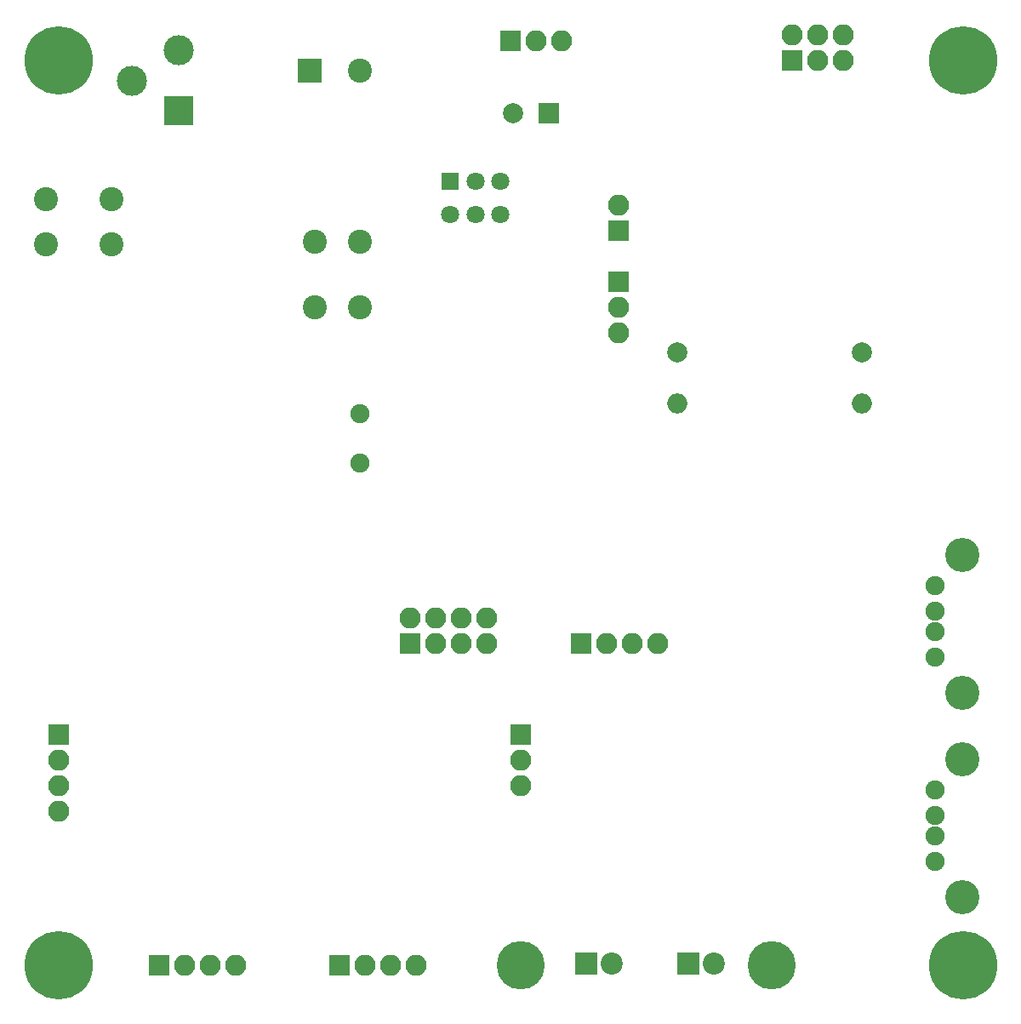
<source format=gbr>
G04 #@! TF.FileFunction,Soldermask,Bot*
%FSLAX46Y46*%
G04 Gerber Fmt 4.6, Leading zero omitted, Abs format (unit mm)*
G04 Created by KiCad (PCBNEW 4.0.7) date 06/10/18 15:24:31*
%MOMM*%
%LPD*%
G01*
G04 APERTURE LIST*
%ADD10C,0.100000*%
%ADD11C,1.900000*%
%ADD12C,3.400000*%
%ADD13R,3.000000X3.000000*%
%ADD14C,3.000000*%
%ADD15R,2.100000X2.100000*%
%ADD16O,2.100000X2.100000*%
%ADD17R,2.200000X2.200000*%
%ADD18C,2.200000*%
%ADD19R,2.400000X2.400000*%
%ADD20C,2.400000*%
%ADD21R,1.800000X1.800000*%
%ADD22C,1.800000*%
%ADD23C,2.000000*%
%ADD24O,2.000000X2.000000*%
%ADD25R,2.000000X2.000000*%
%ADD26C,6.800000*%
%ADD27C,4.800000*%
G04 APERTURE END LIST*
D10*
D11*
X142240000Y-107190000D03*
X142240000Y-109730000D03*
X142240000Y-111760000D03*
X142240000Y-114300000D03*
D12*
X144910000Y-104140000D03*
X144910000Y-117860000D03*
D11*
X142240000Y-127510000D03*
X142240000Y-130050000D03*
X142240000Y-132080000D03*
X142240000Y-134620000D03*
D12*
X144910000Y-124460000D03*
X144910000Y-138180000D03*
D13*
X67000000Y-60000000D03*
D14*
X67000000Y-54000000D03*
X62300000Y-57000000D03*
D15*
X65000000Y-145000000D03*
D16*
X67540000Y-145000000D03*
X70080000Y-145000000D03*
X72620000Y-145000000D03*
D15*
X90000000Y-113000000D03*
D16*
X90000000Y-110460000D03*
X92540000Y-113000000D03*
X92540000Y-110460000D03*
X95080000Y-113000000D03*
X95080000Y-110460000D03*
X97620000Y-113000000D03*
X97620000Y-110460000D03*
D15*
X100000000Y-53000000D03*
D16*
X102540000Y-53000000D03*
X105080000Y-53000000D03*
D17*
X107520000Y-144780000D03*
D18*
X110060000Y-144780000D03*
D17*
X117680000Y-144780000D03*
D18*
X120220000Y-144780000D03*
D19*
X80000000Y-56000000D03*
D20*
X85000000Y-56000000D03*
D11*
X85000000Y-95000000D03*
X85000000Y-90120000D03*
D15*
X55000000Y-122000000D03*
D16*
X55000000Y-124540000D03*
X55000000Y-127080000D03*
X55000000Y-129620000D03*
D15*
X110744000Y-76962000D03*
D16*
X110744000Y-79502000D03*
X110744000Y-82042000D03*
D15*
X110744000Y-71882000D03*
D16*
X110744000Y-69342000D03*
D15*
X83000000Y-145000000D03*
D16*
X85540000Y-145000000D03*
X88080000Y-145000000D03*
X90620000Y-145000000D03*
D20*
X80500000Y-73000000D03*
X85000000Y-73000000D03*
X80500000Y-79500000D03*
X85000000Y-79500000D03*
X53750000Y-73250000D03*
X53750000Y-68750000D03*
X60250000Y-73250000D03*
X60250000Y-68750000D03*
D21*
X94000000Y-67000000D03*
D22*
X96500000Y-67000000D03*
X99000000Y-67000000D03*
X94000000Y-70300000D03*
X96500000Y-70300000D03*
X99000000Y-70300000D03*
D15*
X128000000Y-55000000D03*
D16*
X128000000Y-52460000D03*
X130540000Y-55000000D03*
X130540000Y-52460000D03*
X133080000Y-55000000D03*
X133080000Y-52460000D03*
D15*
X101000000Y-122000000D03*
D16*
X101000000Y-124540000D03*
X101000000Y-127080000D03*
D15*
X107000000Y-113000000D03*
D16*
X109540000Y-113000000D03*
X112080000Y-113000000D03*
X114620000Y-113000000D03*
D23*
X116550000Y-84000000D03*
D24*
X116550000Y-89080000D03*
D23*
X134950000Y-84000000D03*
D24*
X134950000Y-89080000D03*
D25*
X103750000Y-60250000D03*
D23*
X100250000Y-60250000D03*
D26*
X145000000Y-145000000D03*
X55000000Y-145000000D03*
X145000000Y-55000000D03*
X55000000Y-55000000D03*
D27*
X126000000Y-145000000D03*
X101000000Y-145000000D03*
M02*

</source>
